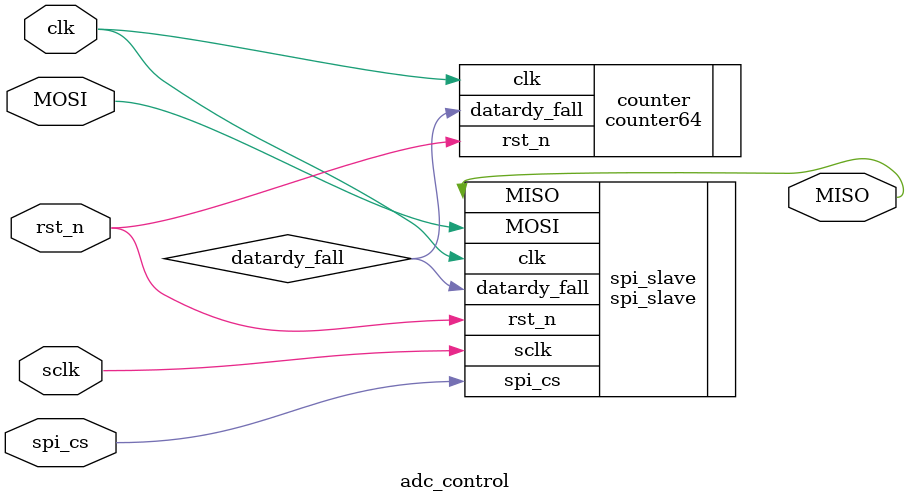
<source format=v>
/********************************************************
* the author : hust-coded
* the date   : 2023.04.05
* description : use the decoded cmd to control the ads1284
*
*********************************************************/
`timescale 1ns / 1ps

module adc_control 
(
   input clk,
   input rst_n,
   input sclk,
   input spi_cs,
   input MOSI,
   output wire MISO
   

    
);

  wire datardy_fall;

  spi_slave spi_slave(

   .clk(clk),
   .rst_n(rst_n),
   .sclk(sclk),
   .spi_cs(spi_cs),
   .MOSI(MOSI),
   .datardy_fall(datardy_fall),
   .MISO(MISO)

);

  counter64 counter(

  .clk(clk),
  .rst_n(rst_n),
  
  .datardy_fall(datardy_fall)

);
   

endmodule

</source>
